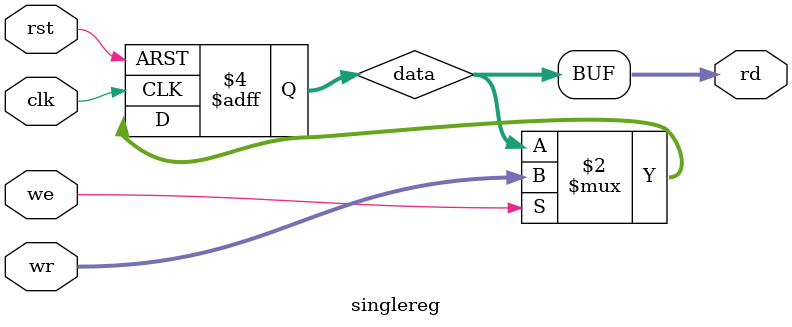
<source format=v>
`timescale 1ns / 1ps
`default_nettype wire

module singlereg(clk, rst, wr, rd, we);
    parameter WIDTH = 8;

    input clk;
    input rst;
    input [WIDTH-1:0] wr;
    output [WIDTH-1:0] rd;
    input we;

    reg [WIDTH-1:0] data;

    assign rd = data;

    always @(posedge clk, posedge rst) begin
        if (rst)
            data <= 0;
        else
            if (we)
                data <= wr;
    end

endmodule

</source>
